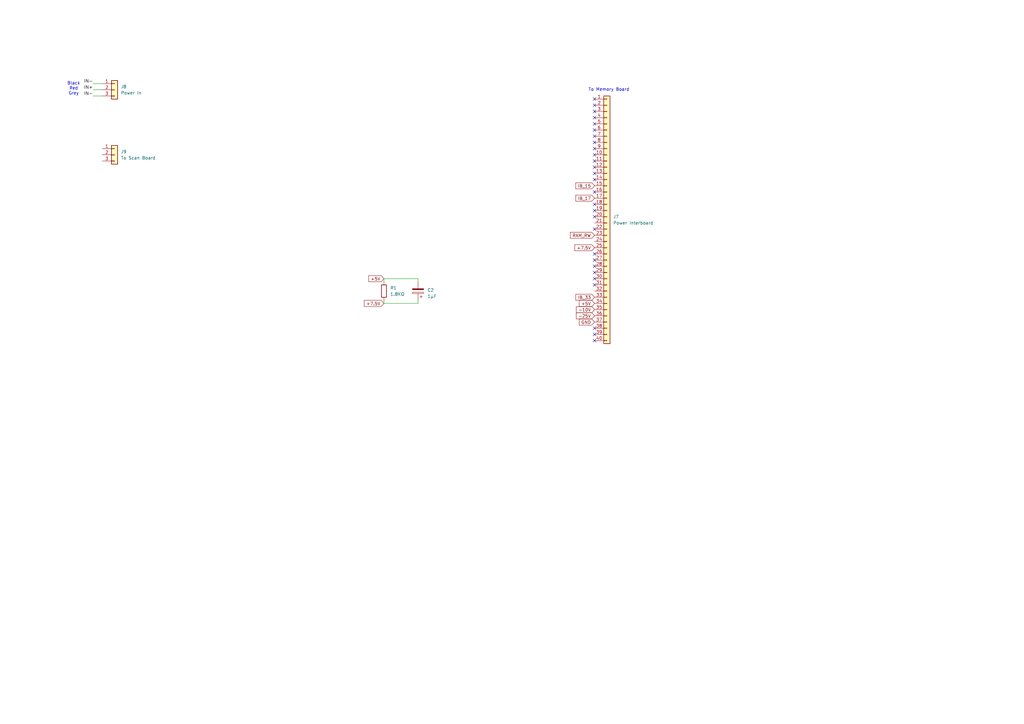
<source format=kicad_sch>
(kicad_sch (version 20250114) (generator "eeschema") (generator_version "9.0")
  (paper "A3")
  (title_block (title "Compucorp 300-Series Power Board") (date "2/FEB/2026") (rev "WIP") (company "Brett Hallen"))
  (lib_symbols
    (symbol "Connector_Generic:Conn_01x03" (pin_names (offset 1.016) (hide yes))
      (property "Reference" "J" (at 0 5.08 0))
      (property "Value" "Conn_01x03" (at 0 -5.08 0))
      (symbol "Conn_01x03_1_1"
        (rectangle (start -1.27 3.81) (end 1.27 -3.81) (stroke (width 0.254)) (fill (type background)))
        (rectangle (start -1.27 2.667) (end 0 2.413) (stroke (width 0.1524)))
        (rectangle (start -1.27 0.127) (end 0 -0.127) (stroke (width 0.1524)))
        (rectangle (start -1.27 -2.413) (end 0 -2.667) (stroke (width 0.1524)))
        (pin passive line (at -5.08 2.54 0) (length 3.81) (name "Pin_1") (number "1"))
        (pin passive line (at -5.08 0 0) (length 3.81) (name "Pin_2") (number "2"))
        (pin passive line (at -5.08 -2.54 0) (length 3.81) (name "Pin_3") (number "3"))
      )
    )
    (symbol "Connector_Generic:Conn_01x40" (pin_names (offset 1.016) (hide yes))
      (property "Reference" "J" (at 0 50.8 0))
      (property "Value" "Conn_01x40" (at 0 -53.34 0))
      (symbol "Conn_01x40_1_1"
        (rectangle (start -1.27 49.53) (end 1.27 -52.07) (stroke (width 0.254)) (fill (type background)))
        (rectangle (start -1.27 48.387) (end 0 48.133) (stroke (width 0.1524)))
        (rectangle (start -1.27 45.847) (end 0 45.593) (stroke (width 0.1524)))
        (rectangle (start -1.27 43.307) (end 0 43.053) (stroke (width 0.1524)))
        (rectangle (start -1.27 40.767) (end 0 40.513) (stroke (width 0.1524)))
        (rectangle (start -1.27 38.227) (end 0 37.973) (stroke (width 0.1524)))
        (rectangle (start -1.27 35.687) (end 0 35.433) (stroke (width 0.1524)))
        (rectangle (start -1.27 33.147) (end 0 32.893) (stroke (width 0.1524)))
        (rectangle (start -1.27 30.607) (end 0 30.353) (stroke (width 0.1524)))
        (rectangle (start -1.27 28.067) (end 0 27.813) (stroke (width 0.1524)))
        (rectangle (start -1.27 25.527) (end 0 25.273) (stroke (width 0.1524)))
        (rectangle (start -1.27 22.987) (end 0 22.733) (stroke (width 0.1524)))
        (rectangle (start -1.27 20.447) (end 0 20.193) (stroke (width 0.1524)))
        (rectangle (start -1.27 17.907) (end 0 17.653) (stroke (width 0.1524)))
        (rectangle (start -1.27 15.367) (end 0 15.113) (stroke (width 0.1524)))
        (rectangle (start -1.27 12.827) (end 0 12.573) (stroke (width 0.1524)))
        (rectangle (start -1.27 10.287) (end 0 10.033) (stroke (width 0.1524)))
        (rectangle (start -1.27 7.747) (end 0 7.493) (stroke (width 0.1524)))
        (rectangle (start -1.27 5.207) (end 0 4.953) (stroke (width 0.1524)))
        (rectangle (start -1.27 2.667) (end 0 2.413) (stroke (width 0.1524)))
        (rectangle (start -1.27 0.127) (end 0 -0.127) (stroke (width 0.1524)))
        (rectangle (start -1.27 -2.413) (end 0 -2.667) (stroke (width 0.1524)))
        (rectangle (start -1.27 -4.953) (end 0 -5.207) (stroke (width 0.1524)))
        (rectangle (start -1.27 -7.493) (end 0 -7.747) (stroke (width 0.1524)))
        (rectangle (start -1.27 -10.033) (end 0 -10.287) (stroke (width 0.1524)))
        (rectangle (start -1.27 -12.573) (end 0 -12.827) (stroke (width 0.1524)))
        (rectangle (start -1.27 -15.113) (end 0 -15.367) (stroke (width 0.1524)))
        (rectangle (start -1.27 -17.653) (end 0 -17.907) (stroke (width 0.1524)))
        (rectangle (start -1.27 -20.193) (end 0 -20.447) (stroke (width 0.1524)))
        (rectangle (start -1.27 -22.733) (end 0 -22.987) (stroke (width 0.1524)))
        (rectangle (start -1.27 -25.273) (end 0 -25.527) (stroke (width 0.1524)))
        (rectangle (start -1.27 -27.813) (end 0 -28.067) (stroke (width 0.1524)))
        (rectangle (start -1.27 -30.353) (end 0 -30.607) (stroke (width 0.1524)))
        (rectangle (start -1.27 -32.893) (end 0 -33.147) (stroke (width 0.1524)))
        (rectangle (start -1.27 -35.433) (end 0 -35.687) (stroke (width 0.1524)))
        (rectangle (start -1.27 -37.973) (end 0 -38.227) (stroke (width 0.1524)))
        (rectangle (start -1.27 -40.513) (end 0 -40.767) (stroke (width 0.1524)))
        (rectangle (start -1.27 -43.053) (end 0 -43.307) (stroke (width 0.1524)))
        (rectangle (start -1.27 -45.593) (end 0 -45.847) (stroke (width 0.1524)))
        (rectangle (start -1.27 -48.133) (end 0 -48.387) (stroke (width 0.1524)))
        (rectangle (start -1.27 -50.673) (end 0 -50.927) (stroke (width 0.1524)))
        (pin passive line (at -5.08 48.26 0) (length 3.81) (name "Pin_1") (number "1"))
        (pin passive line (at -5.08 45.72 0) (length 3.81) (name "Pin_2") (number "2"))
        (pin passive line (at -5.08 43.18 0) (length 3.81) (name "Pin_3") (number "3"))
        (pin passive line (at -5.08 40.64 0) (length 3.81) (name "Pin_4") (number "4"))
        (pin passive line (at -5.08 38.1 0) (length 3.81) (name "Pin_5") (number "5"))
        (pin passive line (at -5.08 35.56 0) (length 3.81) (name "Pin_6") (number "6"))
        (pin passive line (at -5.08 33.02 0) (length 3.81) (name "Pin_7") (number "7"))
        (pin passive line (at -5.08 30.48 0) (length 3.81) (name "Pin_8") (number "8"))
        (pin passive line (at -5.08 27.94 0) (length 3.81) (name "Pin_9") (number "9"))
        (pin passive line (at -5.08 25.4 0) (length 3.81) (name "Pin_10") (number "10"))
        (pin passive line (at -5.08 22.86 0) (length 3.81) (name "Pin_11") (number "11"))
        (pin passive line (at -5.08 20.32 0) (length 3.81) (name "Pin_12") (number "12"))
        (pin passive line (at -5.08 17.78 0) (length 3.81) (name "Pin_13") (number "13"))
        (pin passive line (at -5.08 15.24 0) (length 3.81) (name "Pin_14") (number "14"))
        (pin passive line (at -5.08 12.7 0) (length 3.81) (name "Pin_15") (number "15"))
        (pin passive line (at -5.08 10.16 0) (length 3.81) (name "Pin_16") (number "16"))
        (pin passive line (at -5.08 7.62 0) (length 3.81) (name "Pin_17") (number "17"))
        (pin passive line (at -5.08 5.08 0) (length 3.81) (name "Pin_18") (number "18"))
        (pin passive line (at -5.08 2.54 0) (length 3.81) (name "Pin_19") (number "19"))
        (pin passive line (at -5.08 0 0) (length 3.81) (name "Pin_20") (number "20"))
        (pin passive line (at -5.08 -2.54 0) (length 3.81) (name "Pin_21") (number "21"))
        (pin passive line (at -5.08 -5.08 0) (length 3.81) (name "Pin_22") (number "22"))
        (pin passive line (at -5.08 -7.62 0) (length 3.81) (name "Pin_23") (number "23"))
        (pin passive line (at -5.08 -10.16 0) (length 3.81) (name "Pin_24") (number "24"))
        (pin passive line (at -5.08 -12.7 0) (length 3.81) (name "Pin_25") (number "25"))
        (pin passive line (at -5.08 -15.24 0) (length 3.81) (name "Pin_26") (number "26"))
        (pin passive line (at -5.08 -17.78 0) (length 3.81) (name "Pin_27") (number "27"))
        (pin passive line (at -5.08 -20.32 0) (length 3.81) (name "Pin_28") (number "28"))
        (pin passive line (at -5.08 -22.86 0) (length 3.81) (name "Pin_29") (number "29"))
        (pin passive line (at -5.08 -25.4 0) (length 3.81) (name "Pin_30") (number "30"))
        (pin passive line (at -5.08 -27.94 0) (length 3.81) (name "Pin_31") (number "31"))
        (pin passive line (at -5.08 -30.48 0) (length 3.81) (name "Pin_32") (number "32"))
        (pin passive line (at -5.08 -33.02 0) (length 3.81) (name "Pin_33") (number "33"))
        (pin passive line (at -5.08 -35.56 0) (length 3.81) (name "Pin_34") (number "34"))
        (pin passive line (at -5.08 -38.1 0) (length 3.81) (name "Pin_35") (number "35"))
        (pin passive line (at -5.08 -40.64 0) (length 3.81) (name "Pin_36") (number "36"))
        (pin passive line (at -5.08 -43.18 0) (length 3.81) (name "Pin_37") (number "37"))
        (pin passive line (at -5.08 -45.72 0) (length 3.81) (name "Pin_38") (number "38"))
        (pin passive line (at -5.08 -48.26 0) (length 3.81) (name "Pin_39") (number "39"))
        (pin passive line (at -5.08 -50.8 0) (length 3.81) (name "Pin_40") (number "40"))
      )
    )
    (symbol "Device:C_Polarized" (pin_numbers (hide yes)) (pin_names (offset 0.254))
      (property "Reference" "C" (at 0.635 2.54 0))
      (property "Value" "C_Polarized" (at 0.635 -2.54 0))
      (symbol "C_Polarized_0_1"
        (rectangle (start -2.286 0.508) (end 2.286 1.016))
        (polyline (pts (xy -1.778 2.286) (xy -0.762 2.286)))
        (polyline (pts (xy -1.27 2.794) (xy -1.27 1.778)))
        (rectangle (start 2.286 -0.508) (end -2.286 -1.016) (fill (type outline)))
      )
      (symbol "C_Polarized_1_1"
        (pin passive line (at 0 3.81 270) (length 2.794) (name "~") (number "1"))
        (pin passive line (at 0 -3.81 90) (length 2.794) (name "~") (number "2"))
      )
    )
    (symbol "Device:R" (pin_numbers (hide yes)) (pin_names (offset 0))
      (property "Reference" "R" (at 2.032 0 90))
      (property "Value" "R" (at 0 0 90))
      (symbol "R_0_1"
        (rectangle (start -1.016 -2.54) (end 1.016 2.54) (stroke (width 0.254)))
      )
      (symbol "R_1_1"
        (pin passive line (at 0 3.81 270) (length 1.27) (name "~") (number "1"))
        (pin passive line (at 0 -3.81 90) (length 1.27) (name "~") (number "2"))
      )
    )
  )
  (text "Black\nRed\nGrey" (at 30.226 36.322 0) (effects (font (size 1.27 1.27))))
  (text "To Memory Board" (at 241.3 36.83 0) (effects (font (size 1.27 1.27)) (justify left)))
  (no_connect (at 243.84 53.34))
  (no_connect (at 243.84 104.14))
  (no_connect (at 243.84 63.5))
  (no_connect (at 243.84 106.68))
  (no_connect (at 243.84 71.12))
  (no_connect (at 243.84 109.22))
  (no_connect (at 243.84 88.9))
  (no_connect (at 243.84 116.84))
  (no_connect (at 243.84 60.96))
  (no_connect (at 243.84 111.76))
  (no_connect (at 243.84 73.66))
  (no_connect (at 243.84 66.04))
  (no_connect (at 243.84 139.7))
  (no_connect (at 243.84 68.58))
  (no_connect (at 243.84 58.42))
  (no_connect (at 243.84 45.72))
  (no_connect (at 243.84 78.74))
  (no_connect (at 243.84 134.62))
  (no_connect (at 243.84 137.16))
  (no_connect (at 243.84 55.88))
  (no_connect (at 243.84 50.8))
  (no_connect (at 243.84 43.18))
  (no_connect (at 243.84 86.36))
  (no_connect (at 243.84 48.26))
  (no_connect (at 243.84 40.64))
  (no_connect (at 243.84 114.3))
  (no_connect (at 243.84 83.82))
  (no_connect (at 243.84 93.98))
  (wire (pts (xy 171.45 124.46) (xy 157.48 124.46)))
  (wire (pts (xy 171.45 123.19) (xy 171.45 124.46)))
  (wire (pts (xy 38.1 36.83) (xy 41.91 36.83)))
  (wire (pts (xy 157.48 114.3) (xy 157.48 115.57)))
  (wire (pts (xy 171.45 115.57) (xy 171.45 114.3)))
  (wire (pts (xy 157.48 124.46) (xy 157.48 123.19)))
  (wire (pts (xy 38.1 34.29) (xy 41.91 34.29)))
  (wire (pts (xy 38.1 39.37) (xy 41.91 39.37)))
  (wire (pts (xy 171.45 114.3) (xy 157.48 114.3)))
  (label "IN-" (at 38.1 34.29 180))
  (label "IN-" (at 38.1 39.37 180))
  (label "IN+" (at 38.1 36.83 180))
  (global_label "-25V" (shape input) (at 243.84 129.54 180) (property "Intersheetrefs" "${INTERSHEET_REFS}" (effects (hide yes))))
  (global_label "IB_15" (shape input) (at 243.84 76.2 180) (property "Intersheetrefs" "${INTERSHEET_REFS}" (effects (hide yes))))
  (global_label "IB_33" (shape input) (at 243.84 121.92 180) (property "Intersheetrefs" "${INTERSHEET_REFS}" (effects (hide yes))))
  (global_label "+7.5V" (shape input) (at 157.48 124.46 180) (property "Intersheetrefs" "${INTERSHEET_REFS}" (effects (hide yes))))
  (global_label "-10V" (shape input) (at 243.84 127 180) (property "Intersheetrefs" "${INTERSHEET_REFS}" (effects (hide yes))))
  (global_label "+5V" (shape input) (at 157.48 114.3 180) (property "Intersheetrefs" "${INTERSHEET_REFS}" (effects (hide yes))))
  (global_label "+5V" (shape input) (at 243.84 124.46 180) (property "Intersheetrefs" "${INTERSHEET_REFS}" (effects (hide yes))))
  (global_label "IB_17" (shape input) (at 243.84 81.28 180) (property "Intersheetrefs" "${INTERSHEET_REFS}" (effects (hide yes))))
  (global_label "+7.5V" (shape input) (at 243.84 101.6 180) (property "Intersheetrefs" "${INTERSHEET_REFS}" (effects (hide yes))))
  (global_label "GND" (shape input) (at 243.84 132.08 180) (property "Intersheetrefs" "${INTERSHEET_REFS}" (effects (hide yes))))
  (global_label "RAM_RW" (shape input) (at 243.84 96.52 180) (property "Intersheetrefs" "${INTERSHEET_REFS}" (effects (hide yes))))
  (symbol (lib_id "Device:R") (at 157.48 119.38 0) (unit 1)
    (property "Reference" "R1" (at 160.02 118.1099 0) (effects (justify left)))
    (property "Value" "1.8KΩ" (at 160.02 120.6499 0) (effects (justify left)))
    (property "Description" "Resistor" (effects (hide yes)))
  )
  (symbol (lib_id "Connector_Generic:Conn_01x40") (at 248.92 88.9 0) (unit 1)
    (property "Reference" "J7" (at 251.46 88.8999 0) (effects (justify left)))
    (property "Value" "Power Interboard" (at 251.46 91.4399 0) (effects (justify left)))
    (property "Description" "Generic connector, single row, 01x40, script generated (kicad-library-utils/schlib/autogen/connector/)" (effects (hide yes)))
  )
  (symbol (lib_id "Device:C_Polarized") (at 171.45 119.38 180) (unit 1)
    (property "Reference" "C2" (at 175.26 118.9989 0) (effects (justify right)))
    (property "Value" "1µF" (at 175.26 121.5389 0) (effects (justify right)))
    (property "Description" "Polarized capacitor" (effects (hide yes)))
  )
  (symbol (lib_id "Connector_Generic:Conn_01x03") (at 46.99 63.5 0) (unit 1)
    (property "Reference" "J9" (at 49.53 62.2299 0) (effects (justify left)))
    (property "Value" "To Scan Board" (at 49.53 64.7699 0) (effects (justify left)))
    (property "Description" "Generic connector, single row, 01x03, script generated (kicad-library-utils/schlib/autogen/connector/)" (effects (hide yes)))
  )
  (symbol (lib_id "Connector_Generic:Conn_01x03") (at 46.99 36.83 0) (unit 1)
    (property "Reference" "J8" (at 49.53 35.5599 0) (effects (justify left)))
    (property "Value" "Power In" (at 49.53 38.0999 0) (effects (justify left)))
    (property "Description" "Generic connector, single row, 01x03, script generated (kicad-library-utils/schlib/autogen/connector/)" (effects (hide yes)))
  )
)
</source>
